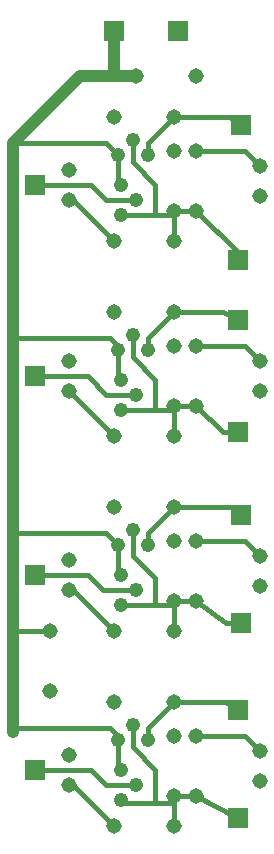
<source format=gbl>
G75*
G70*
%OFA0B0*%
%FSLAX24Y24*%
%IPPOS*%
%LPD*%
%AMOC8*
5,1,8,0,0,1.08239X$1,22.5*
%
%ADD10C,0.0476*%
%ADD11C,0.0515*%
%ADD12R,0.0709X0.0709*%
%ADD13C,0.0160*%
%ADD14C,0.0400*%
D10*
X004225Y006160D03*
X004350Y005160D03*
X004350Y004160D03*
X004850Y004660D03*
X005225Y006160D03*
X004725Y006660D03*
X004350Y010660D03*
X004350Y011660D03*
X004225Y012660D03*
X004725Y013160D03*
X005225Y012660D03*
X004850Y011160D03*
X004350Y017160D03*
X004350Y018160D03*
X004225Y019160D03*
X004725Y019660D03*
X005225Y019160D03*
X004850Y017660D03*
X004350Y023660D03*
X004350Y024660D03*
X004225Y025660D03*
X004725Y026160D03*
X005225Y025660D03*
X004850Y024160D03*
D11*
X004100Y022785D03*
X004100Y020410D03*
X004100Y016285D03*
X004100Y013910D03*
X004100Y009785D03*
X004100Y007410D03*
X004100Y003285D03*
X002600Y004660D03*
X002600Y005660D03*
X001975Y007785D03*
X001975Y009785D03*
X002600Y011160D03*
X002600Y012160D03*
X002600Y017785D03*
X002600Y018785D03*
X002600Y024160D03*
X002600Y025160D03*
X004100Y026910D03*
X004850Y028285D03*
X006100Y026910D03*
X006100Y025785D03*
X006850Y025785D03*
X006850Y023785D03*
X006100Y023785D03*
X006100Y022785D03*
X006100Y020410D03*
X006100Y019285D03*
X006850Y019285D03*
X006850Y017285D03*
X006100Y017285D03*
X006100Y016285D03*
X006100Y013910D03*
X006100Y012785D03*
X006850Y012785D03*
X006850Y010785D03*
X006100Y010785D03*
X006100Y009785D03*
X006100Y007410D03*
X006100Y006285D03*
X006850Y006285D03*
X006850Y004285D03*
X006100Y004285D03*
X006100Y003285D03*
X008975Y004785D03*
X008975Y005785D03*
X008975Y011285D03*
X008975Y012285D03*
X008975Y017785D03*
X008975Y018785D03*
X008975Y024285D03*
X008975Y025285D03*
X006850Y028285D03*
D12*
X001475Y005160D03*
X001475Y011660D03*
X001475Y018285D03*
X001475Y024660D03*
X004100Y029785D03*
X006225Y029785D03*
X008350Y026660D03*
X008225Y022160D03*
X008225Y020160D03*
X008225Y016410D03*
X008350Y013660D03*
X008350Y010035D03*
X008225Y007160D03*
X008225Y003535D03*
D13*
X006850Y004285D01*
X006100Y004285D01*
X006100Y004035D01*
X005475Y004035D01*
X005475Y005160D01*
X004725Y005910D01*
X004725Y006660D01*
X005225Y006535D02*
X005225Y006160D01*
X005225Y006535D02*
X006100Y007410D01*
X007850Y007410D01*
X008225Y007160D01*
X008475Y006285D02*
X008975Y005785D01*
X008475Y006285D02*
X006850Y006285D01*
X006100Y004035D02*
X006100Y003285D01*
X005475Y004035D02*
X004475Y004035D01*
X004350Y004160D01*
X004100Y003285D02*
X002850Y004535D01*
X002600Y004660D01*
X003350Y005160D02*
X003850Y004660D01*
X004850Y004660D01*
X004350Y005160D02*
X004225Y005285D01*
X004225Y006160D01*
X004225Y006285D01*
X003975Y006535D01*
X000850Y006535D01*
X000725Y006410D01*
X001475Y005160D02*
X003350Y005160D01*
X004100Y009785D02*
X002725Y011160D01*
X002600Y011160D01*
X003225Y011660D02*
X003725Y011160D01*
X004850Y011160D01*
X005475Y011535D02*
X004725Y012285D01*
X004725Y013160D01*
X005225Y013035D02*
X005225Y012660D01*
X005225Y013035D02*
X006100Y013910D01*
X008100Y013910D01*
X008350Y013660D01*
X008475Y012785D02*
X008975Y012285D01*
X008475Y012785D02*
X006850Y012785D01*
X006850Y010785D02*
X006100Y010785D01*
X005975Y010660D01*
X005475Y010660D01*
X005475Y011535D01*
X005475Y010660D02*
X004350Y010660D01*
X004350Y011660D02*
X004225Y011785D01*
X004225Y012660D01*
X003850Y013035D01*
X000725Y013035D01*
X001475Y011660D02*
X003225Y011660D01*
X001975Y009785D02*
X000725Y009785D01*
X004100Y016285D02*
X002600Y017785D01*
X003225Y018285D02*
X003850Y017660D01*
X004850Y017660D01*
X005475Y018160D02*
X004725Y018910D01*
X004725Y019660D01*
X005225Y019535D02*
X005225Y019160D01*
X005225Y019535D02*
X006100Y020410D01*
X007725Y020410D01*
X008225Y020160D01*
X008475Y019285D02*
X008975Y018785D01*
X008475Y019285D02*
X006850Y019285D01*
X006850Y017285D02*
X006100Y017285D01*
X005975Y017160D01*
X005475Y017160D01*
X005475Y018160D01*
X005475Y017160D02*
X004350Y017160D01*
X004350Y018160D02*
X004225Y018285D01*
X004225Y019160D01*
X004225Y019285D01*
X003975Y019535D01*
X000725Y019535D01*
X001475Y018285D02*
X003225Y018285D01*
X004100Y022785D02*
X002725Y024160D01*
X002600Y024160D01*
X003350Y024660D02*
X003850Y024160D01*
X004850Y024160D01*
X005475Y024660D02*
X004725Y025410D01*
X004725Y026160D01*
X005225Y026035D02*
X005225Y025660D01*
X005225Y026035D02*
X006100Y026910D01*
X007975Y026910D01*
X008350Y026660D01*
X008475Y025785D02*
X008975Y025285D01*
X008475Y025785D02*
X006850Y025785D01*
X006850Y023785D02*
X006100Y023785D01*
X005975Y023660D01*
X005475Y023660D01*
X005475Y024660D01*
X005475Y023660D02*
X004350Y023660D01*
X004350Y024660D02*
X004225Y024785D01*
X004225Y025660D01*
X003850Y026035D01*
X000725Y026035D01*
X001475Y024660D02*
X003350Y024660D01*
X006100Y023785D02*
X006100Y022785D01*
X006850Y023785D02*
X008225Y022410D01*
X008225Y022160D01*
X006850Y017285D02*
X007725Y016410D01*
X008225Y016410D01*
X006850Y010785D02*
X007850Y010035D01*
X008350Y010035D01*
X006100Y009785D02*
X006100Y010785D01*
X006100Y016285D02*
X006100Y017285D01*
D14*
X000725Y026035D02*
X002975Y028285D01*
X004100Y028285D01*
X004850Y028285D01*
X004100Y028285D02*
X004100Y029785D01*
X000725Y026035D02*
X000725Y019535D01*
X000725Y013035D01*
X000725Y009785D01*
X000725Y006410D01*
M02*

</source>
